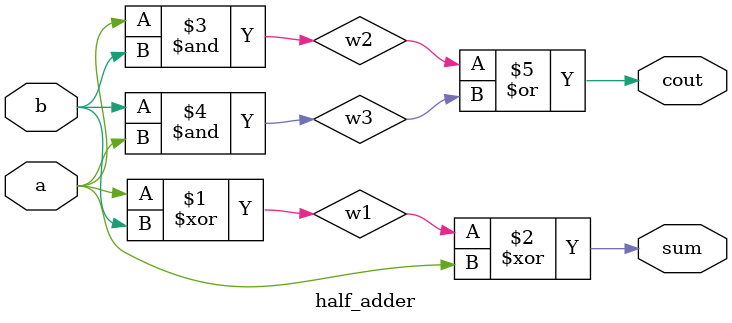
<source format=v>
module half_adder( 
input a, b,
output cout, sum );
	xor(w1, a, b);
	xor(sum, w1, a);
	and(w2, a, b);
	and(w3, b, a);
	or(cout, w2, w3);
endmodule

</source>
